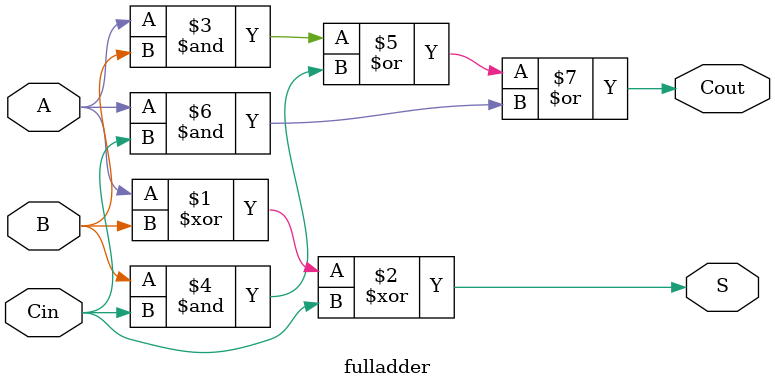
<source format=sv>
`timescale 1ns / 1ps


module fulladder(
    input A, B, Cin,
    output S, Cout
);
    assign S = A ^ B ^ Cin; // XOR gate for sum
    assign Cout = (A & B) | (B & Cin) | (A & Cin); // OR gate for carry
endmodule

</source>
